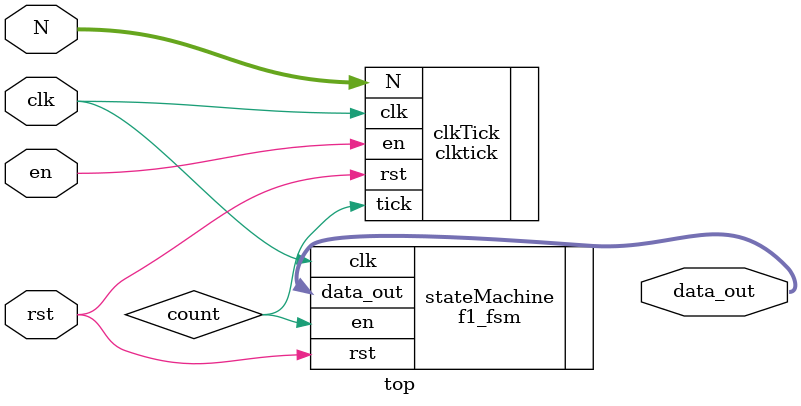
<source format=sv>
module top #(
	parameter WIDTH = 16,
  parameter D_WIDTH = 8
)(
  // interface signals
  input  logic                clk,      // clock 
  input  logic                rst,      // reset
  input  logic                en,       // enable signal
  input  logic [WIDTH-1:0]    N,     	 // clock divided by N+1
  output logic [D_WIDTH-1:0]  data_out  // tick output
);

logic count;

clktick clkTick (
  .clk (clk),
  .rst (rst),
  .en (en),
  .N (N),
  .tick (count)
);

f1_fsm stateMachine (
  .en (count),
  .clk (clk),
  .rst (rst),
  .data_out (data_out)
);

endmodule

</source>
